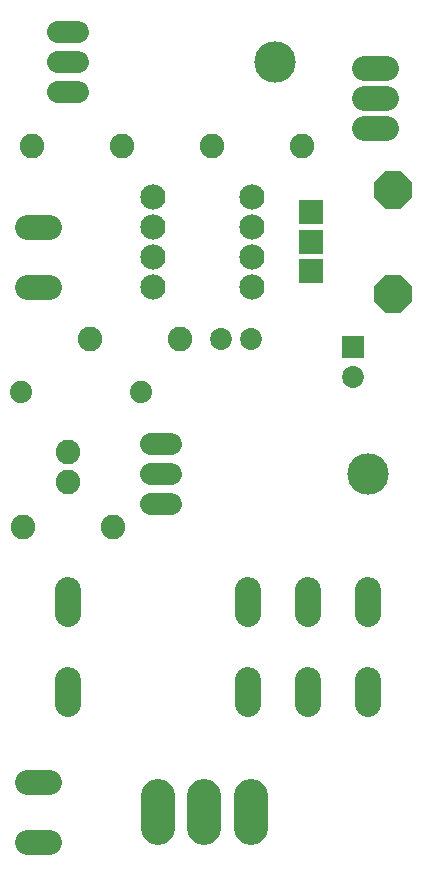
<source format=gbr>
G04 EAGLE Gerber RS-274X export*
G75*
%MOMM*%
%FSLAX34Y34*%
%LPD*%
%INSoldermask Bottom*%
%IPPOS*%
%AMOC8*
5,1,8,0,0,1.08239X$1,22.5*%
G01*
%ADD10R,1.854200X1.854200*%
%ADD11C,1.854200*%
%ADD12C,2.908300*%
%ADD13C,1.879600*%
%ADD14C,2.082800*%
%ADD15C,2.133600*%
%ADD16C,2.082800*%
%ADD17C,2.184400*%
%ADD18C,1.879600*%
%ADD19C,3.505200*%
%ADD20R,2.082800X2.082800*%
%ADD21P,3.467112X8X202.500000*%


D10*
X304800Y457000D03*
D11*
X304800Y432000D03*
X193040Y463550D03*
X218440Y463550D03*
D12*
X139700Y77026D02*
X139700Y49975D01*
X179324Y49975D02*
X179324Y77026D01*
X218948Y77026D02*
X218948Y49975D01*
D13*
X125730Y419100D03*
X24130Y419100D03*
D14*
X63500Y342900D03*
X63500Y368300D03*
D15*
X219710Y584200D03*
X219710Y558800D03*
X219710Y533400D03*
X219710Y508000D03*
X135890Y584200D03*
X135890Y558800D03*
X135890Y533400D03*
X135890Y508000D03*
D16*
X47498Y88900D02*
X28702Y88900D01*
X28702Y38100D02*
X47498Y38100D01*
X47498Y558800D02*
X28702Y558800D01*
X28702Y508000D02*
X47498Y508000D01*
X314452Y693420D02*
X333248Y693420D01*
X333248Y668020D02*
X314452Y668020D01*
X314452Y642620D02*
X333248Y642620D01*
D17*
X63500Y175006D02*
X63500Y155194D01*
X63500Y231394D02*
X63500Y251206D01*
X266700Y251206D02*
X266700Y231394D01*
X215900Y175006D02*
X215900Y155194D01*
X317500Y155194D02*
X317500Y175006D01*
X266700Y175006D02*
X266700Y155194D01*
X215900Y231394D02*
X215900Y251206D01*
X317500Y251206D02*
X317500Y231394D01*
D18*
X71882Y723900D02*
X55118Y723900D01*
X55118Y698500D02*
X71882Y698500D01*
X71882Y673100D02*
X55118Y673100D01*
D19*
X238760Y698500D03*
D18*
X150622Y374650D02*
X133858Y374650D01*
X133858Y349250D02*
X150622Y349250D01*
X150622Y323850D02*
X133858Y323850D01*
D19*
X317500Y349250D03*
D14*
X25400Y304800D03*
X101600Y304800D03*
X185420Y627380D03*
X261620Y627380D03*
X158750Y463550D03*
X82550Y463550D03*
X33020Y627380D03*
X109220Y627380D03*
D20*
X269090Y571100D03*
X269090Y546100D03*
X269090Y521100D03*
D21*
X339090Y590100D03*
X339090Y502100D03*
M02*

</source>
